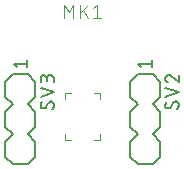
<source format=gbr>
G04 EAGLE Gerber RS-274X export*
G75*
%MOMM*%
%FSLAX34Y34*%
%LPD*%
%INSilkscreen Top*%
%IPPOS*%
%AMOC8*
5,1,8,0,0,1.08239X$1,22.5*%
G01*
%ADD10C,0.100000*%
%ADD11C,0.101600*%
%ADD12C,0.152400*%
%ADD13C,0.127000*%


D10*
X69000Y73000D02*
X64000Y73000D01*
X64000Y68000D01*
X64000Y38000D02*
X64000Y33000D01*
X69000Y33000D01*
X89000Y33000D02*
X94000Y33000D01*
X94000Y38000D01*
X94000Y73000D02*
X89000Y73000D01*
X94000Y73000D02*
X94000Y68000D01*
D11*
X63428Y136058D02*
X63428Y147742D01*
X67323Y141251D01*
X71218Y147742D01*
X71218Y136058D01*
X77201Y136058D02*
X77201Y147742D01*
X83692Y147742D02*
X77201Y140602D01*
X79797Y143198D02*
X83692Y136058D01*
X88081Y145146D02*
X91326Y147742D01*
X91326Y136058D01*
X88081Y136058D02*
X94572Y136058D01*
D12*
X144700Y82550D02*
X144700Y69850D01*
X138350Y63500D01*
X125650Y63500D02*
X119300Y69850D01*
X138350Y63500D02*
X144700Y57150D01*
X144700Y44450D01*
X138350Y38100D01*
X125650Y38100D02*
X119300Y44450D01*
X119300Y57150D01*
X125650Y63500D01*
X125650Y88900D02*
X138350Y88900D01*
X144700Y82550D01*
X125650Y88900D02*
X119300Y82550D01*
X119300Y69850D01*
X138350Y38100D02*
X144700Y31750D01*
X144700Y19050D01*
X138350Y12700D01*
X125650Y12700D02*
X119300Y19050D01*
X119300Y31750D01*
X125650Y38100D01*
X125650Y12700D02*
X138350Y12700D01*
D13*
X128825Y94615D02*
X126285Y97790D01*
X137715Y97790D01*
X137715Y94615D02*
X137715Y100965D01*
X158035Y65786D02*
X158135Y65784D01*
X158234Y65778D01*
X158334Y65768D01*
X158432Y65755D01*
X158531Y65737D01*
X158628Y65716D01*
X158724Y65691D01*
X158820Y65662D01*
X158914Y65629D01*
X159007Y65593D01*
X159098Y65553D01*
X159188Y65509D01*
X159276Y65462D01*
X159362Y65412D01*
X159446Y65358D01*
X159528Y65301D01*
X159607Y65241D01*
X159685Y65177D01*
X159759Y65111D01*
X159831Y65042D01*
X159900Y64970D01*
X159966Y64896D01*
X160030Y64818D01*
X160090Y64739D01*
X160147Y64657D01*
X160201Y64573D01*
X160251Y64487D01*
X160298Y64399D01*
X160342Y64309D01*
X160382Y64218D01*
X160418Y64125D01*
X160451Y64031D01*
X160480Y63935D01*
X160505Y63839D01*
X160526Y63742D01*
X160544Y63643D01*
X160557Y63545D01*
X160567Y63445D01*
X160573Y63346D01*
X160575Y63246D01*
X160573Y63105D01*
X160568Y62964D01*
X160558Y62823D01*
X160545Y62682D01*
X160529Y62542D01*
X160508Y62402D01*
X160484Y62263D01*
X160456Y62124D01*
X160425Y61987D01*
X160390Y61850D01*
X160352Y61714D01*
X160310Y61579D01*
X160264Y61446D01*
X160215Y61313D01*
X160162Y61182D01*
X160106Y61053D01*
X160047Y60924D01*
X159984Y60798D01*
X159918Y60673D01*
X159849Y60550D01*
X159776Y60429D01*
X159700Y60310D01*
X159621Y60192D01*
X159540Y60077D01*
X159455Y59965D01*
X159367Y59854D01*
X159276Y59746D01*
X159183Y59640D01*
X159086Y59537D01*
X158987Y59436D01*
X151685Y59754D02*
X151585Y59756D01*
X151486Y59762D01*
X151386Y59772D01*
X151288Y59785D01*
X151189Y59803D01*
X151092Y59824D01*
X150996Y59849D01*
X150900Y59878D01*
X150806Y59911D01*
X150713Y59947D01*
X150622Y59987D01*
X150532Y60031D01*
X150444Y60078D01*
X150358Y60128D01*
X150274Y60182D01*
X150192Y60239D01*
X150113Y60299D01*
X150035Y60363D01*
X149961Y60429D01*
X149889Y60498D01*
X149820Y60570D01*
X149754Y60644D01*
X149690Y60722D01*
X149630Y60801D01*
X149573Y60883D01*
X149519Y60967D01*
X149469Y61053D01*
X149422Y61141D01*
X149378Y61231D01*
X149338Y61322D01*
X149302Y61415D01*
X149269Y61509D01*
X149240Y61605D01*
X149215Y61701D01*
X149194Y61798D01*
X149176Y61897D01*
X149163Y61995D01*
X149153Y62095D01*
X149147Y62194D01*
X149145Y62294D01*
X149147Y62427D01*
X149152Y62560D01*
X149162Y62693D01*
X149175Y62826D01*
X149192Y62958D01*
X149212Y63090D01*
X149236Y63221D01*
X149264Y63351D01*
X149295Y63481D01*
X149330Y63609D01*
X149369Y63737D01*
X149411Y63863D01*
X149457Y63988D01*
X149506Y64112D01*
X149558Y64235D01*
X149614Y64356D01*
X149674Y64475D01*
X149736Y64593D01*
X149802Y64708D01*
X149871Y64822D01*
X149944Y64934D01*
X150019Y65044D01*
X150098Y65152D01*
X153908Y61023D02*
X153856Y60939D01*
X153801Y60856D01*
X153742Y60776D01*
X153681Y60698D01*
X153617Y60623D01*
X153549Y60550D01*
X153479Y60479D01*
X153407Y60412D01*
X153332Y60347D01*
X153254Y60285D01*
X153174Y60226D01*
X153092Y60170D01*
X153008Y60118D01*
X152922Y60069D01*
X152834Y60023D01*
X152744Y59980D01*
X152653Y59941D01*
X152560Y59906D01*
X152466Y59874D01*
X152371Y59846D01*
X152275Y59821D01*
X152178Y59801D01*
X152080Y59783D01*
X151982Y59770D01*
X151883Y59761D01*
X151784Y59755D01*
X151685Y59753D01*
X155812Y64516D02*
X155864Y64600D01*
X155919Y64683D01*
X155978Y64763D01*
X156039Y64841D01*
X156103Y64916D01*
X156171Y64989D01*
X156241Y65060D01*
X156313Y65127D01*
X156388Y65192D01*
X156466Y65254D01*
X156546Y65313D01*
X156628Y65369D01*
X156712Y65421D01*
X156798Y65470D01*
X156886Y65516D01*
X156976Y65559D01*
X157067Y65598D01*
X157160Y65633D01*
X157254Y65665D01*
X157349Y65693D01*
X157445Y65718D01*
X157542Y65738D01*
X157640Y65756D01*
X157738Y65769D01*
X157837Y65778D01*
X157936Y65784D01*
X158035Y65786D01*
X155813Y64516D02*
X153908Y61024D01*
X149145Y69850D02*
X160575Y73660D01*
X149145Y77470D01*
X149145Y85408D02*
X149147Y85512D01*
X149153Y85617D01*
X149162Y85721D01*
X149175Y85824D01*
X149193Y85927D01*
X149213Y86029D01*
X149238Y86131D01*
X149266Y86231D01*
X149298Y86331D01*
X149334Y86429D01*
X149373Y86526D01*
X149415Y86621D01*
X149461Y86715D01*
X149511Y86807D01*
X149563Y86897D01*
X149619Y86985D01*
X149679Y87071D01*
X149741Y87155D01*
X149806Y87236D01*
X149874Y87315D01*
X149946Y87392D01*
X150019Y87465D01*
X150096Y87537D01*
X150175Y87605D01*
X150256Y87670D01*
X150340Y87732D01*
X150426Y87792D01*
X150514Y87848D01*
X150604Y87900D01*
X150696Y87950D01*
X150790Y87996D01*
X150885Y88038D01*
X150982Y88077D01*
X151080Y88113D01*
X151180Y88145D01*
X151280Y88173D01*
X151382Y88198D01*
X151484Y88218D01*
X151587Y88236D01*
X151690Y88249D01*
X151794Y88258D01*
X151899Y88264D01*
X152003Y88266D01*
X149145Y85408D02*
X149147Y85290D01*
X149153Y85171D01*
X149162Y85053D01*
X149175Y84936D01*
X149193Y84819D01*
X149213Y84702D01*
X149238Y84586D01*
X149266Y84471D01*
X149299Y84358D01*
X149334Y84245D01*
X149374Y84133D01*
X149416Y84023D01*
X149463Y83914D01*
X149513Y83806D01*
X149566Y83701D01*
X149623Y83597D01*
X149683Y83495D01*
X149746Y83395D01*
X149813Y83297D01*
X149882Y83201D01*
X149955Y83108D01*
X150031Y83017D01*
X150109Y82928D01*
X150191Y82842D01*
X150275Y82759D01*
X150361Y82678D01*
X150451Y82601D01*
X150542Y82526D01*
X150636Y82454D01*
X150733Y82385D01*
X150831Y82320D01*
X150932Y82257D01*
X151035Y82198D01*
X151139Y82142D01*
X151245Y82090D01*
X151353Y82041D01*
X151462Y81996D01*
X151573Y81954D01*
X151685Y81916D01*
X154225Y87313D02*
X154150Y87389D01*
X154071Y87464D01*
X153990Y87535D01*
X153906Y87604D01*
X153820Y87669D01*
X153732Y87731D01*
X153642Y87791D01*
X153550Y87847D01*
X153455Y87900D01*
X153359Y87949D01*
X153261Y87995D01*
X153162Y88038D01*
X153061Y88077D01*
X152959Y88112D01*
X152856Y88144D01*
X152752Y88172D01*
X152647Y88197D01*
X152540Y88218D01*
X152434Y88235D01*
X152327Y88248D01*
X152219Y88257D01*
X152111Y88263D01*
X152003Y88265D01*
X154225Y87313D02*
X160575Y81915D01*
X160575Y88265D01*
D12*
X39100Y82550D02*
X39100Y69850D01*
X32750Y63500D01*
X20050Y63500D02*
X13700Y69850D01*
X32750Y63500D02*
X39100Y57150D01*
X39100Y44450D01*
X32750Y38100D01*
X20050Y38100D02*
X13700Y44450D01*
X13700Y57150D01*
X20050Y63500D01*
X20050Y88900D02*
X32750Y88900D01*
X39100Y82550D01*
X20050Y88900D02*
X13700Y82550D01*
X13700Y69850D01*
X32750Y38100D02*
X39100Y31750D01*
X39100Y19050D01*
X32750Y12700D01*
X20050Y12700D02*
X13700Y19050D01*
X13700Y31750D01*
X20050Y38100D01*
X20050Y12700D02*
X32750Y12700D01*
D13*
X23225Y94615D02*
X20685Y97790D01*
X32115Y97790D01*
X32115Y94615D02*
X32115Y100965D01*
X52435Y65786D02*
X52535Y65784D01*
X52634Y65778D01*
X52734Y65768D01*
X52832Y65755D01*
X52931Y65737D01*
X53028Y65716D01*
X53124Y65691D01*
X53220Y65662D01*
X53314Y65629D01*
X53407Y65593D01*
X53498Y65553D01*
X53588Y65509D01*
X53676Y65462D01*
X53762Y65412D01*
X53846Y65358D01*
X53928Y65301D01*
X54007Y65241D01*
X54085Y65177D01*
X54159Y65111D01*
X54231Y65042D01*
X54300Y64970D01*
X54366Y64896D01*
X54430Y64818D01*
X54490Y64739D01*
X54547Y64657D01*
X54601Y64573D01*
X54651Y64487D01*
X54698Y64399D01*
X54742Y64309D01*
X54782Y64218D01*
X54818Y64125D01*
X54851Y64031D01*
X54880Y63935D01*
X54905Y63839D01*
X54926Y63742D01*
X54944Y63643D01*
X54957Y63545D01*
X54967Y63445D01*
X54973Y63346D01*
X54975Y63246D01*
X54973Y63105D01*
X54968Y62964D01*
X54958Y62823D01*
X54945Y62682D01*
X54929Y62542D01*
X54908Y62402D01*
X54884Y62263D01*
X54856Y62124D01*
X54825Y61987D01*
X54790Y61850D01*
X54752Y61714D01*
X54710Y61579D01*
X54664Y61446D01*
X54615Y61313D01*
X54562Y61182D01*
X54506Y61053D01*
X54447Y60924D01*
X54384Y60798D01*
X54318Y60673D01*
X54249Y60550D01*
X54176Y60429D01*
X54100Y60310D01*
X54021Y60192D01*
X53940Y60077D01*
X53855Y59965D01*
X53767Y59854D01*
X53676Y59746D01*
X53583Y59640D01*
X53486Y59537D01*
X53387Y59436D01*
X46085Y59754D02*
X45985Y59756D01*
X45886Y59762D01*
X45786Y59772D01*
X45688Y59785D01*
X45589Y59803D01*
X45492Y59824D01*
X45396Y59849D01*
X45300Y59878D01*
X45206Y59911D01*
X45113Y59947D01*
X45022Y59987D01*
X44932Y60031D01*
X44844Y60078D01*
X44758Y60128D01*
X44674Y60182D01*
X44592Y60239D01*
X44513Y60299D01*
X44435Y60363D01*
X44361Y60429D01*
X44289Y60498D01*
X44220Y60570D01*
X44154Y60644D01*
X44090Y60722D01*
X44030Y60801D01*
X43973Y60883D01*
X43919Y60967D01*
X43869Y61053D01*
X43822Y61141D01*
X43778Y61231D01*
X43738Y61322D01*
X43702Y61415D01*
X43669Y61509D01*
X43640Y61605D01*
X43615Y61701D01*
X43594Y61798D01*
X43576Y61897D01*
X43563Y61995D01*
X43553Y62095D01*
X43547Y62194D01*
X43545Y62294D01*
X43547Y62427D01*
X43552Y62560D01*
X43562Y62693D01*
X43575Y62826D01*
X43592Y62958D01*
X43612Y63090D01*
X43636Y63221D01*
X43664Y63351D01*
X43695Y63481D01*
X43730Y63609D01*
X43769Y63737D01*
X43811Y63863D01*
X43857Y63988D01*
X43906Y64112D01*
X43958Y64235D01*
X44014Y64356D01*
X44074Y64475D01*
X44136Y64593D01*
X44202Y64708D01*
X44271Y64822D01*
X44344Y64934D01*
X44419Y65044D01*
X44498Y65152D01*
X48308Y61023D02*
X48256Y60939D01*
X48201Y60856D01*
X48142Y60776D01*
X48081Y60698D01*
X48017Y60623D01*
X47949Y60550D01*
X47879Y60479D01*
X47807Y60412D01*
X47732Y60347D01*
X47654Y60285D01*
X47574Y60226D01*
X47492Y60170D01*
X47408Y60118D01*
X47322Y60069D01*
X47234Y60023D01*
X47144Y59980D01*
X47053Y59941D01*
X46960Y59906D01*
X46866Y59874D01*
X46771Y59846D01*
X46675Y59821D01*
X46578Y59801D01*
X46480Y59783D01*
X46382Y59770D01*
X46283Y59761D01*
X46184Y59755D01*
X46085Y59753D01*
X50212Y64516D02*
X50264Y64600D01*
X50319Y64683D01*
X50378Y64763D01*
X50439Y64841D01*
X50503Y64916D01*
X50571Y64989D01*
X50641Y65060D01*
X50713Y65127D01*
X50788Y65192D01*
X50866Y65254D01*
X50946Y65313D01*
X51028Y65369D01*
X51112Y65421D01*
X51198Y65470D01*
X51286Y65516D01*
X51376Y65559D01*
X51467Y65598D01*
X51560Y65633D01*
X51654Y65665D01*
X51749Y65693D01*
X51845Y65718D01*
X51942Y65738D01*
X52040Y65756D01*
X52138Y65769D01*
X52237Y65778D01*
X52336Y65784D01*
X52435Y65786D01*
X50213Y64516D02*
X48308Y61024D01*
X43545Y69850D02*
X54975Y73660D01*
X43545Y77470D01*
X54975Y81915D02*
X54975Y85090D01*
X54973Y85201D01*
X54967Y85311D01*
X54958Y85422D01*
X54944Y85532D01*
X54927Y85641D01*
X54906Y85750D01*
X54881Y85858D01*
X54852Y85965D01*
X54820Y86071D01*
X54784Y86176D01*
X54744Y86279D01*
X54701Y86381D01*
X54654Y86482D01*
X54603Y86581D01*
X54550Y86678D01*
X54493Y86772D01*
X54432Y86865D01*
X54369Y86956D01*
X54302Y87045D01*
X54232Y87131D01*
X54159Y87214D01*
X54084Y87296D01*
X54006Y87374D01*
X53924Y87449D01*
X53841Y87522D01*
X53755Y87592D01*
X53666Y87659D01*
X53575Y87722D01*
X53482Y87783D01*
X53388Y87840D01*
X53291Y87893D01*
X53192Y87944D01*
X53091Y87991D01*
X52989Y88034D01*
X52886Y88074D01*
X52781Y88110D01*
X52675Y88142D01*
X52568Y88171D01*
X52460Y88196D01*
X52351Y88217D01*
X52242Y88234D01*
X52132Y88248D01*
X52021Y88257D01*
X51911Y88263D01*
X51800Y88265D01*
X51689Y88263D01*
X51579Y88257D01*
X51468Y88248D01*
X51358Y88234D01*
X51249Y88217D01*
X51140Y88196D01*
X51032Y88171D01*
X50925Y88142D01*
X50819Y88110D01*
X50714Y88074D01*
X50611Y88034D01*
X50509Y87991D01*
X50408Y87944D01*
X50309Y87893D01*
X50212Y87840D01*
X50118Y87783D01*
X50025Y87722D01*
X49934Y87659D01*
X49845Y87592D01*
X49759Y87522D01*
X49676Y87449D01*
X49594Y87374D01*
X49516Y87296D01*
X49441Y87214D01*
X49368Y87131D01*
X49298Y87045D01*
X49231Y86956D01*
X49168Y86865D01*
X49107Y86772D01*
X49050Y86677D01*
X48997Y86581D01*
X48946Y86482D01*
X48899Y86381D01*
X48856Y86279D01*
X48816Y86176D01*
X48780Y86071D01*
X48748Y85965D01*
X48719Y85858D01*
X48694Y85750D01*
X48673Y85641D01*
X48656Y85532D01*
X48642Y85422D01*
X48633Y85311D01*
X48627Y85201D01*
X48625Y85090D01*
X43545Y85725D02*
X43545Y81915D01*
X43545Y85725D02*
X43547Y85825D01*
X43553Y85924D01*
X43563Y86024D01*
X43576Y86122D01*
X43594Y86221D01*
X43615Y86318D01*
X43640Y86414D01*
X43669Y86510D01*
X43702Y86604D01*
X43738Y86697D01*
X43778Y86788D01*
X43822Y86878D01*
X43869Y86966D01*
X43919Y87052D01*
X43973Y87136D01*
X44030Y87218D01*
X44090Y87297D01*
X44154Y87375D01*
X44220Y87449D01*
X44289Y87521D01*
X44361Y87590D01*
X44435Y87656D01*
X44513Y87720D01*
X44592Y87780D01*
X44674Y87837D01*
X44758Y87891D01*
X44844Y87941D01*
X44932Y87988D01*
X45022Y88032D01*
X45113Y88072D01*
X45206Y88108D01*
X45300Y88141D01*
X45396Y88170D01*
X45492Y88195D01*
X45589Y88216D01*
X45688Y88234D01*
X45786Y88247D01*
X45886Y88257D01*
X45985Y88263D01*
X46085Y88265D01*
X46185Y88263D01*
X46284Y88257D01*
X46384Y88247D01*
X46482Y88234D01*
X46581Y88216D01*
X46678Y88195D01*
X46774Y88170D01*
X46870Y88141D01*
X46964Y88108D01*
X47057Y88072D01*
X47148Y88032D01*
X47238Y87988D01*
X47326Y87941D01*
X47412Y87891D01*
X47496Y87837D01*
X47578Y87780D01*
X47657Y87720D01*
X47735Y87656D01*
X47809Y87590D01*
X47881Y87521D01*
X47950Y87449D01*
X48016Y87375D01*
X48080Y87297D01*
X48140Y87218D01*
X48197Y87136D01*
X48251Y87052D01*
X48301Y86966D01*
X48348Y86878D01*
X48392Y86788D01*
X48432Y86697D01*
X48468Y86604D01*
X48501Y86510D01*
X48530Y86414D01*
X48555Y86318D01*
X48576Y86221D01*
X48594Y86122D01*
X48607Y86024D01*
X48617Y85924D01*
X48623Y85825D01*
X48625Y85725D01*
X48625Y83185D01*
M02*

</source>
